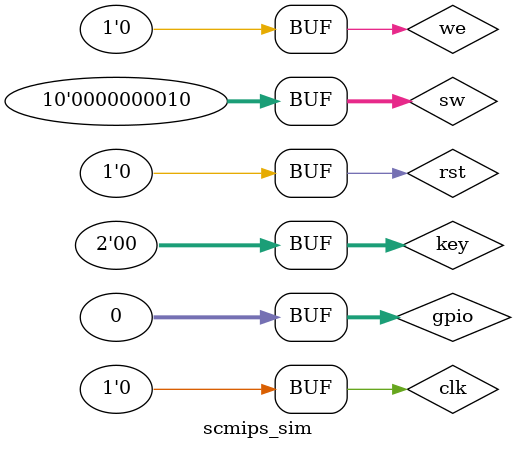
<source format=v>
`timescale 1 ps/ 1 ps


module scmips_sim();
`include "common_param.vh"
   parameter PERIOD=10000;  // (clock period)/2

   // constants
   // general purpose registers
   reg        clk, rst, we;
   reg [1:0]  key;
   reg [9:0]  sw;
   reg [31:0] gpio;

   // wires
   wire [4:0]  ledr;
   wire [7:0]  hex0, hex1, hex2, hex3, hex4, hex5;

   Board board0 (.CLK(clk),
                 .RST(rst),
                 .KEY(key),
                 .SW(sw),
                 .GPIO(gpio),
                 .LEDR(ledr),
                 .HEX0(hex0),
                 .HEX1(hex1),
                 .HEX2(hex2),
                 .HEX3(hex3),
                 .HEX4(hex4),
                 .HEX5(hex5));

   always begin
      clk=#(PERIOD) 1'd1;
      clk=#(PERIOD) 1'd0;
   end

   initial
     begin
        we=1'd0; rst=1'd0;
        gpio=32'd0; sw=9'b000000010;
        key=2'b00;
        
        rst=#(PERIOD) 1'd1;
        rst=#(PERIOD) 1'd0;
     end
endmodule

</source>
